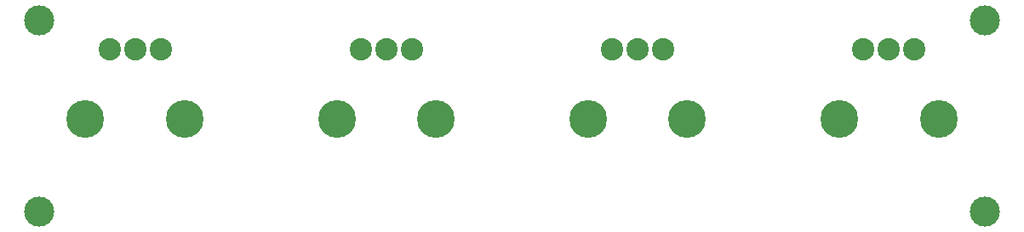
<source format=gbr>
G04 DipTrace 3.3.1.3*
G04 BottomMask.gbr*
%MOIN*%
G04 #@! TF.FileFunction,Soldermask,Bot*
G04 #@! TF.Part,Single*
%ADD37C,0.11811*%
%ADD45C,0.147874*%
%ADD47C,0.087874*%
%FSLAX26Y26*%
G04*
G70*
G90*
G75*
G01*
G04 BotMask*
%LPD*%
D47*
X785827Y1148327D3*
X885827D3*
X985827D3*
D45*
X692087Y873327D3*
X1079567D3*
D47*
X1770079Y1148327D3*
X1870079D3*
X1970079D3*
D45*
X1676339Y873327D3*
X2063819D3*
D47*
X2754331Y1148327D3*
X2854331D3*
X2954331D3*
D45*
X2660591Y873327D3*
X3048071D3*
D47*
X3738583Y1148327D3*
X3838583D3*
X3938583D3*
D45*
X3644843Y873327D3*
X4032323D3*
D37*
X511811Y511811D3*
Y1259843D3*
X4212598D3*
Y511811D3*
M02*

</source>
